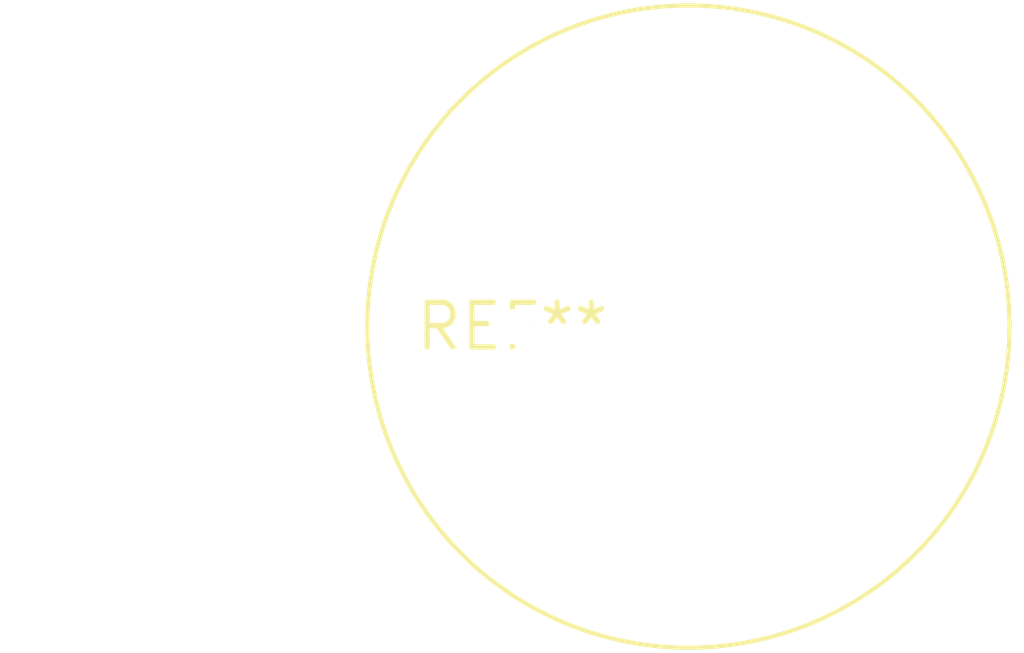
<source format=kicad_pcb>
(kicad_pcb (version 20240108) (generator pcbnew)
  (layers (0 "F.Cu" signal) (31 "B.Cu" signal) (34 "B.Paste" user) (35 "F.Paste" user) (36 "B.SilkS" user "B.Silkscreen") (37 "F.SilkS" user "F.Silkscreen") (38 "B.Mask" user) (39 "F.Mask" user) (44 "Edge.Cuts" user))
  (net 0 "")
  (footprint "L_Radial_D18.0mm_P10.00mm" (layer "F.Cu") (at 0 0)
    (property "Reference" "REF**")
    (property "Value" "L_Radial_D18.0mm_P10.00mm")
    (fp_circle (center 5 0) (end 14.12 0) (layer "F.SilkS") (stroke (width 0.12)) (fill none))
    (pad "1" thru_hole circle (at 0 0) (size 2 2) (drill 1) (layers *.Cu *.Mask) (remove_unused_layers))
    (pad "2" thru_hole circle (at 10 0) (size 2 2) (drill 1) (layers *.Cu *.Mask) (remove_unused_layers))
  )
)
</source>
